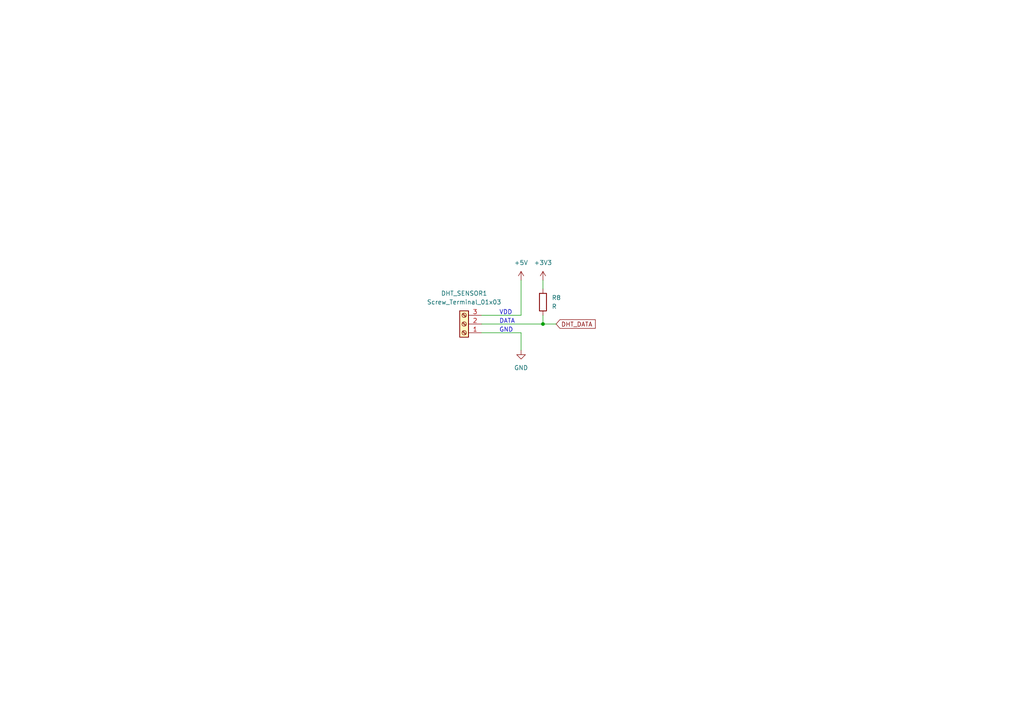
<source format=kicad_sch>
(kicad_sch (version 20230121) (generator eeschema)
  (paper "A4")
  (lib_symbols
    (symbol "Connector:Screw_Terminal_01x03" (pin_names (offset 1.016) hide)
      (property "Reference" "J" (at 0 5.08 0))
      (property "Value" "Screw_Terminal_01x03" (at 0 -5.08 0))
      (symbol "Screw_Terminal_01x03_1_1"
        (rectangle (start -1.27 3.81) (end 1.27 -3.81) (stroke (width 0.254)) (fill (type background)))
        (circle (center 0 -2.54) (radius 0.635) (stroke (width 0.1524)))
        (polyline (pts (xy -0.5334 -2.2098) (xy 0.3302 -3.048)) (stroke (width 0.1524)))
        (polyline (pts (xy -0.5334 0.3302) (xy 0.3302 -0.508)) (stroke (width 0.1524)))
        (polyline (pts (xy -0.5334 2.8702) (xy 0.3302 2.032)) (stroke (width 0.1524)))
        (polyline (pts (xy -0.3556 -2.032) (xy 0.508 -2.8702)) (stroke (width 0.1524)))
        (polyline (pts (xy -0.3556 0.508) (xy 0.508 -0.3302)) (stroke (width 0.1524)))
        (polyline (pts (xy -0.3556 3.048) (xy 0.508 2.2098)) (stroke (width 0.1524)))
        (circle (center 0 0) (radius 0.635) (stroke (width 0.1524)))
        (circle (center 0 2.54) (radius 0.635) (stroke (width 0.1524)))
        (pin passive line (at -5.08 2.54 0) (length 3.81) (name "Pin_1") (number "1"))
        (pin passive line (at -5.08 0 0) (length 3.81) (name "Pin_2") (number "2"))
        (pin passive line (at -5.08 -2.54 0) (length 3.81) (name "Pin_3") (number "3"))
      )
    )
    (symbol "Device:R" (pin_numbers hide) (pin_names (offset 0))
      (property "Reference" "R" (at 2.032 0 90))
      (property "Value" "R" (at 0 0 90))
      (symbol "R_0_1"
        (rectangle (start -1.016 -2.54) (end 1.016 2.54) (stroke (width 0.254)))
      )
      (symbol "R_1_1"
        (pin passive line (at 0 3.81 270) (length 1.27) (name "~") (number "1"))
        (pin passive line (at 0 -3.81 90) (length 1.27) (name "~") (number "2"))
      )
    )
    (symbol "power:+3V3" (power) (pin_names (offset 0))
      (property "Value" "+3V3" (at 0 3.556 0))
      (symbol "+3V3_0_1"
        (polyline (pts (xy -0.762 1.27) (xy 0 2.54)))
        (polyline (pts (xy 0 0) (xy 0 2.54)))
        (polyline (pts (xy 0 2.54) (xy 0.762 1.27)))
      )
      (symbol "+3V3_1_1"
        (pin power_in line (at 0 0 90) (length 0) hide (name "+3V3") (number "1"))
      )
    )
    (symbol "power:+5V" (power) (pin_names (offset 0))
      (property "Value" "+5V" (at 0 3.556 0))
      (symbol "+5V_0_1"
        (polyline (pts (xy -0.762 1.27) (xy 0 2.54)))
        (polyline (pts (xy 0 0) (xy 0 2.54)))
        (polyline (pts (xy 0 2.54) (xy 0.762 1.27)))
      )
      (symbol "+5V_1_1"
        (pin power_in line (at 0 0 90) (length 0) hide (name "+5V") (number "1"))
      )
    )
    (symbol "power:GND" (power) (pin_names (offset 0))
      (property "Value" "GND" (at 0 -3.81 0))
      (symbol "GND_0_1"
        (polyline (pts (xy 0 0) (xy 0 -1.27) (xy 1.27 -1.27) (xy 0 -2.54) (xy -1.27 -1.27) (xy 0 -1.27)))
      )
      (symbol "GND_1_1"
        (pin power_in line (at 0 0 270) (length 0) hide (name "GND") (number "1"))
      )
    )
  )
  (junction (at 157.48 93.98))
  (wire (pts (xy 157.48 81.28) (xy 157.48 83.82)))
  (wire (pts (xy 139.7 93.98) (xy 157.48 93.98)))
  (wire (pts (xy 139.7 91.44) (xy 151.13 91.44)))
  (wire (pts (xy 157.48 93.98) (xy 161.29 93.98)))
  (wire (pts (xy 139.7 96.52) (xy 151.13 96.52)))
  (wire (pts (xy 151.13 81.28) (xy 151.13 91.44)))
  (wire (pts (xy 157.48 91.44) (xy 157.48 93.98)))
  (wire (pts (xy 151.13 96.52) (xy 151.13 101.6)))
  (text "VDD" (at 144.78 91.44 0) (effects (font (size 1.27 1.27)) (justify left bottom)))
  (text "DATA" (at 144.78 93.98 0) (effects (font (size 1.27 1.27)) (justify left bottom)))
  (text "GND" (at 144.78 96.52 0) (effects (font (size 1.27 1.27)) (justify left bottom)))
  (global_label "DHT_DATA" (shape input) (at 161.29 93.98 0) (property "Intersheetrefs" "${INTERSHEET_REFS}" (effects hide)))
  (symbol (lib_id "power:GND") (at 151.13 101.6 0) (unit 1)
    (property "Reference" "#PWR014" (effects hide))
    (property "Value" "GND" (at 151.13 106.68 0))
  )
  (symbol (lib_id "Connector:Screw_Terminal_01x03") (at 134.62 93.98 180) (unit 1)
    (property "Reference" "DHT_SENSOR1" (at 134.62 85.09 0))
    (property "Value" "Screw_Terminal_01x03" (at 134.62 87.63 0))
    (property "Footprint" "TerminalBlock_4Ucon:TerminalBlock_4Ucon_1x03_P3.50mm_Horizontal" (effects hide))
  )
  (symbol (lib_id "power:+3V3") (at 157.48 81.28 0) (unit 1)
    (property "Reference" "#PWR012" (effects hide))
    (property "Value" "+3V3" (at 157.48 76.2 0))
  )
  (symbol (lib_id "Device:R") (at 157.48 87.63 0) (unit 1)
    (property "Reference" "R8" (at 160.02 86.36 0) (effects (justify left)))
    (property "Value" "R" (at 160.02 88.9 0) (effects (justify left)))
    (property "Footprint" "Resistor_THT:R_Axial_DIN0204_L3.6mm_D1.6mm_P5.08mm_Horizontal" (effects hide))
  )
  (symbol (lib_id "power:+5V") (at 151.13 81.28 0) (unit 1)
    (property "Reference" "#PWR013" (effects hide))
    (property "Value" "+5V" (at 151.13 76.2 0))
  )
)
</source>
